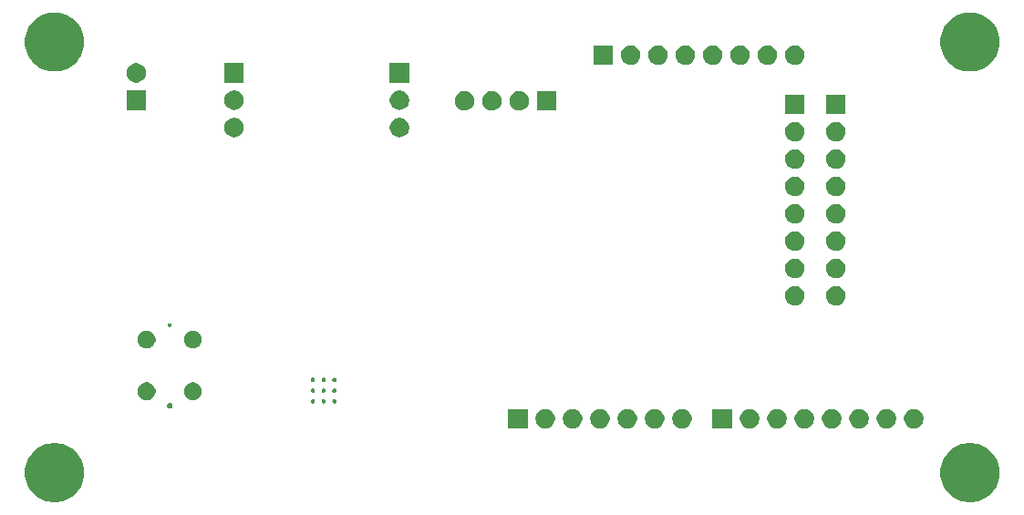
<source format=gbs>
G04 #@! TF.GenerationSoftware,KiCad,Pcbnew,(5.1.5)-3*
G04 #@! TF.CreationDate,2021-09-22T00:57:08-07:00*
G04 #@! TF.ProjectId,control_board,636f6e74-726f-46c5-9f62-6f6172642e6b,rev?*
G04 #@! TF.SameCoordinates,Original*
G04 #@! TF.FileFunction,Soldermask,Bot*
G04 #@! TF.FilePolarity,Negative*
%FSLAX46Y46*%
G04 Gerber Fmt 4.6, Leading zero omitted, Abs format (unit mm)*
G04 Created by KiCad (PCBNEW (5.1.5)-3) date 2021-09-22 00:57:08*
%MOMM*%
%LPD*%
G04 APERTURE LIST*
%ADD10C,0.100000*%
G04 APERTURE END LIST*
D10*
G36*
X117105213Y-58659379D02*
G01*
X117370957Y-58712239D01*
X117871607Y-58919615D01*
X118052081Y-59040204D01*
X118322180Y-59220678D01*
X118705362Y-59603860D01*
X118885836Y-59873959D01*
X119006425Y-60054433D01*
X119213801Y-60555083D01*
X119319520Y-61086570D01*
X119319520Y-61628470D01*
X119213801Y-62159957D01*
X119006425Y-62660607D01*
X118885836Y-62841081D01*
X118705362Y-63111180D01*
X118322180Y-63494362D01*
X118052081Y-63674836D01*
X117871607Y-63795425D01*
X117370957Y-64002801D01*
X117105214Y-64055660D01*
X116839471Y-64108520D01*
X116297569Y-64108520D01*
X116031826Y-64055660D01*
X115766083Y-64002801D01*
X115265433Y-63795425D01*
X115084959Y-63674836D01*
X114814860Y-63494362D01*
X114431678Y-63111180D01*
X114251204Y-62841081D01*
X114130615Y-62660607D01*
X113923239Y-62159957D01*
X113817520Y-61628470D01*
X113817520Y-61086570D01*
X113923239Y-60555083D01*
X114130615Y-60054433D01*
X114251204Y-59873959D01*
X114431678Y-59603860D01*
X114814860Y-59220678D01*
X115084959Y-59040204D01*
X115265433Y-58919615D01*
X115766083Y-58712239D01*
X116031827Y-58659379D01*
X116297569Y-58606520D01*
X116839471Y-58606520D01*
X117105213Y-58659379D01*
G37*
G36*
X32105213Y-58659379D02*
G01*
X32370957Y-58712239D01*
X32871607Y-58919615D01*
X33052081Y-59040204D01*
X33322180Y-59220678D01*
X33705362Y-59603860D01*
X33885836Y-59873959D01*
X34006425Y-60054433D01*
X34213801Y-60555083D01*
X34319520Y-61086570D01*
X34319520Y-61628470D01*
X34213801Y-62159957D01*
X34006425Y-62660607D01*
X33885836Y-62841081D01*
X33705362Y-63111180D01*
X33322180Y-63494362D01*
X33052081Y-63674836D01*
X32871607Y-63795425D01*
X32370957Y-64002801D01*
X32105214Y-64055660D01*
X31839471Y-64108520D01*
X31297569Y-64108520D01*
X31031826Y-64055660D01*
X30766083Y-64002801D01*
X30265433Y-63795425D01*
X30084959Y-63674836D01*
X29814860Y-63494362D01*
X29431678Y-63111180D01*
X29251204Y-62841081D01*
X29130615Y-62660607D01*
X28923239Y-62159957D01*
X28817520Y-61628470D01*
X28817520Y-61086570D01*
X28923239Y-60555083D01*
X29130615Y-60054433D01*
X29251204Y-59873959D01*
X29431678Y-59603860D01*
X29814860Y-59220678D01*
X30084959Y-59040204D01*
X30265433Y-58919615D01*
X30766083Y-58712239D01*
X31031827Y-58659379D01*
X31297569Y-58606520D01*
X31839471Y-58606520D01*
X32105213Y-58659379D01*
G37*
G36*
X111462032Y-55461447D02*
G01*
X111611332Y-55491144D01*
X111775304Y-55559064D01*
X111922874Y-55657667D01*
X112048373Y-55783166D01*
X112146976Y-55930736D01*
X112214896Y-56094708D01*
X112249520Y-56268779D01*
X112249520Y-56446261D01*
X112214896Y-56620332D01*
X112146976Y-56784304D01*
X112048373Y-56931874D01*
X111922874Y-57057373D01*
X111775304Y-57155976D01*
X111611332Y-57223896D01*
X111462032Y-57253593D01*
X111437262Y-57258520D01*
X111259778Y-57258520D01*
X111235008Y-57253593D01*
X111085708Y-57223896D01*
X110921736Y-57155976D01*
X110774166Y-57057373D01*
X110648667Y-56931874D01*
X110550064Y-56784304D01*
X110482144Y-56620332D01*
X110447520Y-56446261D01*
X110447520Y-56268779D01*
X110482144Y-56094708D01*
X110550064Y-55930736D01*
X110648667Y-55783166D01*
X110774166Y-55657667D01*
X110921736Y-55559064D01*
X111085708Y-55491144D01*
X111235008Y-55461447D01*
X111259778Y-55456520D01*
X111437262Y-55456520D01*
X111462032Y-55461447D01*
G37*
G36*
X101302032Y-55461447D02*
G01*
X101451332Y-55491144D01*
X101615304Y-55559064D01*
X101762874Y-55657667D01*
X101888373Y-55783166D01*
X101986976Y-55930736D01*
X102054896Y-56094708D01*
X102089520Y-56268779D01*
X102089520Y-56446261D01*
X102054896Y-56620332D01*
X101986976Y-56784304D01*
X101888373Y-56931874D01*
X101762874Y-57057373D01*
X101615304Y-57155976D01*
X101451332Y-57223896D01*
X101302032Y-57253593D01*
X101277262Y-57258520D01*
X101099778Y-57258520D01*
X101075008Y-57253593D01*
X100925708Y-57223896D01*
X100761736Y-57155976D01*
X100614166Y-57057373D01*
X100488667Y-56931874D01*
X100390064Y-56784304D01*
X100322144Y-56620332D01*
X100287520Y-56446261D01*
X100287520Y-56268779D01*
X100322144Y-56094708D01*
X100390064Y-55930736D01*
X100488667Y-55783166D01*
X100614166Y-55657667D01*
X100761736Y-55559064D01*
X100925708Y-55491144D01*
X101075008Y-55461447D01*
X101099778Y-55456520D01*
X101277262Y-55456520D01*
X101302032Y-55461447D01*
G37*
G36*
X82315532Y-55461447D02*
G01*
X82464832Y-55491144D01*
X82628804Y-55559064D01*
X82776374Y-55657667D01*
X82901873Y-55783166D01*
X83000476Y-55930736D01*
X83068396Y-56094708D01*
X83103020Y-56268779D01*
X83103020Y-56446261D01*
X83068396Y-56620332D01*
X83000476Y-56784304D01*
X82901873Y-56931874D01*
X82776374Y-57057373D01*
X82628804Y-57155976D01*
X82464832Y-57223896D01*
X82315532Y-57253593D01*
X82290762Y-57258520D01*
X82113278Y-57258520D01*
X82088508Y-57253593D01*
X81939208Y-57223896D01*
X81775236Y-57155976D01*
X81627666Y-57057373D01*
X81502167Y-56931874D01*
X81403564Y-56784304D01*
X81335644Y-56620332D01*
X81301020Y-56446261D01*
X81301020Y-56268779D01*
X81335644Y-56094708D01*
X81403564Y-55930736D01*
X81502167Y-55783166D01*
X81627666Y-55657667D01*
X81775236Y-55559064D01*
X81939208Y-55491144D01*
X82088508Y-55461447D01*
X82113278Y-55456520D01*
X82290762Y-55456520D01*
X82315532Y-55461447D01*
G37*
G36*
X79775532Y-55461447D02*
G01*
X79924832Y-55491144D01*
X80088804Y-55559064D01*
X80236374Y-55657667D01*
X80361873Y-55783166D01*
X80460476Y-55930736D01*
X80528396Y-56094708D01*
X80563020Y-56268779D01*
X80563020Y-56446261D01*
X80528396Y-56620332D01*
X80460476Y-56784304D01*
X80361873Y-56931874D01*
X80236374Y-57057373D01*
X80088804Y-57155976D01*
X79924832Y-57223896D01*
X79775532Y-57253593D01*
X79750762Y-57258520D01*
X79573278Y-57258520D01*
X79548508Y-57253593D01*
X79399208Y-57223896D01*
X79235236Y-57155976D01*
X79087666Y-57057373D01*
X78962167Y-56931874D01*
X78863564Y-56784304D01*
X78795644Y-56620332D01*
X78761020Y-56446261D01*
X78761020Y-56268779D01*
X78795644Y-56094708D01*
X78863564Y-55930736D01*
X78962167Y-55783166D01*
X79087666Y-55657667D01*
X79235236Y-55559064D01*
X79399208Y-55491144D01*
X79548508Y-55461447D01*
X79573278Y-55456520D01*
X79750762Y-55456520D01*
X79775532Y-55461447D01*
G37*
G36*
X77235532Y-55461447D02*
G01*
X77384832Y-55491144D01*
X77548804Y-55559064D01*
X77696374Y-55657667D01*
X77821873Y-55783166D01*
X77920476Y-55930736D01*
X77988396Y-56094708D01*
X78023020Y-56268779D01*
X78023020Y-56446261D01*
X77988396Y-56620332D01*
X77920476Y-56784304D01*
X77821873Y-56931874D01*
X77696374Y-57057373D01*
X77548804Y-57155976D01*
X77384832Y-57223896D01*
X77235532Y-57253593D01*
X77210762Y-57258520D01*
X77033278Y-57258520D01*
X77008508Y-57253593D01*
X76859208Y-57223896D01*
X76695236Y-57155976D01*
X76547666Y-57057373D01*
X76422167Y-56931874D01*
X76323564Y-56784304D01*
X76255644Y-56620332D01*
X76221020Y-56446261D01*
X76221020Y-56268779D01*
X76255644Y-56094708D01*
X76323564Y-55930736D01*
X76422167Y-55783166D01*
X76547666Y-55657667D01*
X76695236Y-55559064D01*
X76859208Y-55491144D01*
X77008508Y-55461447D01*
X77033278Y-55456520D01*
X77210762Y-55456520D01*
X77235532Y-55461447D01*
G37*
G36*
X75483020Y-57258520D02*
G01*
X73681020Y-57258520D01*
X73681020Y-55456520D01*
X75483020Y-55456520D01*
X75483020Y-57258520D01*
G37*
G36*
X103842032Y-55461447D02*
G01*
X103991332Y-55491144D01*
X104155304Y-55559064D01*
X104302874Y-55657667D01*
X104428373Y-55783166D01*
X104526976Y-55930736D01*
X104594896Y-56094708D01*
X104629520Y-56268779D01*
X104629520Y-56446261D01*
X104594896Y-56620332D01*
X104526976Y-56784304D01*
X104428373Y-56931874D01*
X104302874Y-57057373D01*
X104155304Y-57155976D01*
X103991332Y-57223896D01*
X103842032Y-57253593D01*
X103817262Y-57258520D01*
X103639778Y-57258520D01*
X103615008Y-57253593D01*
X103465708Y-57223896D01*
X103301736Y-57155976D01*
X103154166Y-57057373D01*
X103028667Y-56931874D01*
X102930064Y-56784304D01*
X102862144Y-56620332D01*
X102827520Y-56446261D01*
X102827520Y-56268779D01*
X102862144Y-56094708D01*
X102930064Y-55930736D01*
X103028667Y-55783166D01*
X103154166Y-55657667D01*
X103301736Y-55559064D01*
X103465708Y-55491144D01*
X103615008Y-55461447D01*
X103639778Y-55456520D01*
X103817262Y-55456520D01*
X103842032Y-55461447D01*
G37*
G36*
X106382032Y-55461447D02*
G01*
X106531332Y-55491144D01*
X106695304Y-55559064D01*
X106842874Y-55657667D01*
X106968373Y-55783166D01*
X107066976Y-55930736D01*
X107134896Y-56094708D01*
X107169520Y-56268779D01*
X107169520Y-56446261D01*
X107134896Y-56620332D01*
X107066976Y-56784304D01*
X106968373Y-56931874D01*
X106842874Y-57057373D01*
X106695304Y-57155976D01*
X106531332Y-57223896D01*
X106382032Y-57253593D01*
X106357262Y-57258520D01*
X106179778Y-57258520D01*
X106155008Y-57253593D01*
X106005708Y-57223896D01*
X105841736Y-57155976D01*
X105694166Y-57057373D01*
X105568667Y-56931874D01*
X105470064Y-56784304D01*
X105402144Y-56620332D01*
X105367520Y-56446261D01*
X105367520Y-56268779D01*
X105402144Y-56094708D01*
X105470064Y-55930736D01*
X105568667Y-55783166D01*
X105694166Y-55657667D01*
X105841736Y-55559064D01*
X106005708Y-55491144D01*
X106155008Y-55461447D01*
X106179778Y-55456520D01*
X106357262Y-55456520D01*
X106382032Y-55461447D01*
G37*
G36*
X98762032Y-55461447D02*
G01*
X98911332Y-55491144D01*
X99075304Y-55559064D01*
X99222874Y-55657667D01*
X99348373Y-55783166D01*
X99446976Y-55930736D01*
X99514896Y-56094708D01*
X99549520Y-56268779D01*
X99549520Y-56446261D01*
X99514896Y-56620332D01*
X99446976Y-56784304D01*
X99348373Y-56931874D01*
X99222874Y-57057373D01*
X99075304Y-57155976D01*
X98911332Y-57223896D01*
X98762032Y-57253593D01*
X98737262Y-57258520D01*
X98559778Y-57258520D01*
X98535008Y-57253593D01*
X98385708Y-57223896D01*
X98221736Y-57155976D01*
X98074166Y-57057373D01*
X97948667Y-56931874D01*
X97850064Y-56784304D01*
X97782144Y-56620332D01*
X97747520Y-56446261D01*
X97747520Y-56268779D01*
X97782144Y-56094708D01*
X97850064Y-55930736D01*
X97948667Y-55783166D01*
X98074166Y-55657667D01*
X98221736Y-55559064D01*
X98385708Y-55491144D01*
X98535008Y-55461447D01*
X98559778Y-55456520D01*
X98737262Y-55456520D01*
X98762032Y-55461447D01*
G37*
G36*
X96222032Y-55461447D02*
G01*
X96371332Y-55491144D01*
X96535304Y-55559064D01*
X96682874Y-55657667D01*
X96808373Y-55783166D01*
X96906976Y-55930736D01*
X96974896Y-56094708D01*
X97009520Y-56268779D01*
X97009520Y-56446261D01*
X96974896Y-56620332D01*
X96906976Y-56784304D01*
X96808373Y-56931874D01*
X96682874Y-57057373D01*
X96535304Y-57155976D01*
X96371332Y-57223896D01*
X96222032Y-57253593D01*
X96197262Y-57258520D01*
X96019778Y-57258520D01*
X95995008Y-57253593D01*
X95845708Y-57223896D01*
X95681736Y-57155976D01*
X95534166Y-57057373D01*
X95408667Y-56931874D01*
X95310064Y-56784304D01*
X95242144Y-56620332D01*
X95207520Y-56446261D01*
X95207520Y-56268779D01*
X95242144Y-56094708D01*
X95310064Y-55930736D01*
X95408667Y-55783166D01*
X95534166Y-55657667D01*
X95681736Y-55559064D01*
X95845708Y-55491144D01*
X95995008Y-55461447D01*
X96019778Y-55456520D01*
X96197262Y-55456520D01*
X96222032Y-55461447D01*
G37*
G36*
X94469520Y-57258520D02*
G01*
X92667520Y-57258520D01*
X92667520Y-55456520D01*
X94469520Y-55456520D01*
X94469520Y-57258520D01*
G37*
G36*
X84855532Y-55461447D02*
G01*
X85004832Y-55491144D01*
X85168804Y-55559064D01*
X85316374Y-55657667D01*
X85441873Y-55783166D01*
X85540476Y-55930736D01*
X85608396Y-56094708D01*
X85643020Y-56268779D01*
X85643020Y-56446261D01*
X85608396Y-56620332D01*
X85540476Y-56784304D01*
X85441873Y-56931874D01*
X85316374Y-57057373D01*
X85168804Y-57155976D01*
X85004832Y-57223896D01*
X84855532Y-57253593D01*
X84830762Y-57258520D01*
X84653278Y-57258520D01*
X84628508Y-57253593D01*
X84479208Y-57223896D01*
X84315236Y-57155976D01*
X84167666Y-57057373D01*
X84042167Y-56931874D01*
X83943564Y-56784304D01*
X83875644Y-56620332D01*
X83841020Y-56446261D01*
X83841020Y-56268779D01*
X83875644Y-56094708D01*
X83943564Y-55930736D01*
X84042167Y-55783166D01*
X84167666Y-55657667D01*
X84315236Y-55559064D01*
X84479208Y-55491144D01*
X84628508Y-55461447D01*
X84653278Y-55456520D01*
X84830762Y-55456520D01*
X84855532Y-55461447D01*
G37*
G36*
X87395532Y-55461447D02*
G01*
X87544832Y-55491144D01*
X87708804Y-55559064D01*
X87856374Y-55657667D01*
X87981873Y-55783166D01*
X88080476Y-55930736D01*
X88148396Y-56094708D01*
X88183020Y-56268779D01*
X88183020Y-56446261D01*
X88148396Y-56620332D01*
X88080476Y-56784304D01*
X87981873Y-56931874D01*
X87856374Y-57057373D01*
X87708804Y-57155976D01*
X87544832Y-57223896D01*
X87395532Y-57253593D01*
X87370762Y-57258520D01*
X87193278Y-57258520D01*
X87168508Y-57253593D01*
X87019208Y-57223896D01*
X86855236Y-57155976D01*
X86707666Y-57057373D01*
X86582167Y-56931874D01*
X86483564Y-56784304D01*
X86415644Y-56620332D01*
X86381020Y-56446261D01*
X86381020Y-56268779D01*
X86415644Y-56094708D01*
X86483564Y-55930736D01*
X86582167Y-55783166D01*
X86707666Y-55657667D01*
X86855236Y-55559064D01*
X87019208Y-55491144D01*
X87168508Y-55461447D01*
X87193278Y-55456520D01*
X87370762Y-55456520D01*
X87395532Y-55461447D01*
G37*
G36*
X89935532Y-55461447D02*
G01*
X90084832Y-55491144D01*
X90248804Y-55559064D01*
X90396374Y-55657667D01*
X90521873Y-55783166D01*
X90620476Y-55930736D01*
X90688396Y-56094708D01*
X90723020Y-56268779D01*
X90723020Y-56446261D01*
X90688396Y-56620332D01*
X90620476Y-56784304D01*
X90521873Y-56931874D01*
X90396374Y-57057373D01*
X90248804Y-57155976D01*
X90084832Y-57223896D01*
X89935532Y-57253593D01*
X89910762Y-57258520D01*
X89733278Y-57258520D01*
X89708508Y-57253593D01*
X89559208Y-57223896D01*
X89395236Y-57155976D01*
X89247666Y-57057373D01*
X89122167Y-56931874D01*
X89023564Y-56784304D01*
X88955644Y-56620332D01*
X88921020Y-56446261D01*
X88921020Y-56268779D01*
X88955644Y-56094708D01*
X89023564Y-55930736D01*
X89122167Y-55783166D01*
X89247666Y-55657667D01*
X89395236Y-55559064D01*
X89559208Y-55491144D01*
X89708508Y-55461447D01*
X89733278Y-55456520D01*
X89910762Y-55456520D01*
X89935532Y-55461447D01*
G37*
G36*
X108922032Y-55461447D02*
G01*
X109071332Y-55491144D01*
X109235304Y-55559064D01*
X109382874Y-55657667D01*
X109508373Y-55783166D01*
X109606976Y-55930736D01*
X109674896Y-56094708D01*
X109709520Y-56268779D01*
X109709520Y-56446261D01*
X109674896Y-56620332D01*
X109606976Y-56784304D01*
X109508373Y-56931874D01*
X109382874Y-57057373D01*
X109235304Y-57155976D01*
X109071332Y-57223896D01*
X108922032Y-57253593D01*
X108897262Y-57258520D01*
X108719778Y-57258520D01*
X108695008Y-57253593D01*
X108545708Y-57223896D01*
X108381736Y-57155976D01*
X108234166Y-57057373D01*
X108108667Y-56931874D01*
X108010064Y-56784304D01*
X107942144Y-56620332D01*
X107907520Y-56446261D01*
X107907520Y-56268779D01*
X107942144Y-56094708D01*
X108010064Y-55930736D01*
X108108667Y-55783166D01*
X108234166Y-55657667D01*
X108381736Y-55559064D01*
X108545708Y-55491144D01*
X108695008Y-55461447D01*
X108719778Y-55456520D01*
X108897262Y-55456520D01*
X108922032Y-55461447D01*
G37*
G36*
X42338294Y-54891530D02*
G01*
X42338296Y-54891531D01*
X42338297Y-54891531D01*
X42388071Y-54912148D01*
X42432866Y-54942079D01*
X42470961Y-54980174D01*
X42500892Y-55024969D01*
X42521509Y-55074743D01*
X42532020Y-55127583D01*
X42532020Y-55181457D01*
X42521509Y-55234297D01*
X42500892Y-55284071D01*
X42470961Y-55328866D01*
X42432866Y-55366961D01*
X42388071Y-55396892D01*
X42338297Y-55417509D01*
X42338296Y-55417509D01*
X42338294Y-55417510D01*
X42285459Y-55428020D01*
X42231581Y-55428020D01*
X42178746Y-55417510D01*
X42178744Y-55417509D01*
X42178743Y-55417509D01*
X42128969Y-55396892D01*
X42084174Y-55366961D01*
X42046079Y-55328866D01*
X42016148Y-55284071D01*
X41995531Y-55234297D01*
X41985020Y-55181457D01*
X41985020Y-55127583D01*
X41995531Y-55074743D01*
X42016148Y-55024969D01*
X42046079Y-54980174D01*
X42084174Y-54942079D01*
X42128969Y-54912148D01*
X42178743Y-54891531D01*
X42178744Y-54891531D01*
X42178746Y-54891530D01*
X42231581Y-54881020D01*
X42285459Y-54881020D01*
X42338294Y-54891530D01*
G37*
G36*
X57611857Y-54549705D02*
G01*
X57648255Y-54564781D01*
X57681012Y-54586669D01*
X57708871Y-54614528D01*
X57730759Y-54647285D01*
X57745835Y-54683683D01*
X57753520Y-54722319D01*
X57753520Y-54761721D01*
X57745835Y-54800357D01*
X57730759Y-54836755D01*
X57708871Y-54869512D01*
X57681012Y-54897371D01*
X57648255Y-54919259D01*
X57611857Y-54934335D01*
X57573221Y-54942020D01*
X57533819Y-54942020D01*
X57495183Y-54934335D01*
X57458785Y-54919259D01*
X57426028Y-54897371D01*
X57398169Y-54869512D01*
X57376281Y-54836755D01*
X57361205Y-54800357D01*
X57353520Y-54761721D01*
X57353520Y-54722319D01*
X57361205Y-54683683D01*
X57376281Y-54647285D01*
X57398169Y-54614528D01*
X57426028Y-54586669D01*
X57458785Y-54564781D01*
X57495183Y-54549705D01*
X57533819Y-54542020D01*
X57573221Y-54542020D01*
X57611857Y-54549705D01*
G37*
G36*
X55611857Y-54549705D02*
G01*
X55648255Y-54564781D01*
X55681012Y-54586669D01*
X55708871Y-54614528D01*
X55730759Y-54647285D01*
X55745835Y-54683683D01*
X55753520Y-54722319D01*
X55753520Y-54761721D01*
X55745835Y-54800357D01*
X55730759Y-54836755D01*
X55708871Y-54869512D01*
X55681012Y-54897371D01*
X55648255Y-54919259D01*
X55611857Y-54934335D01*
X55573221Y-54942020D01*
X55533819Y-54942020D01*
X55495183Y-54934335D01*
X55458785Y-54919259D01*
X55426028Y-54897371D01*
X55398169Y-54869512D01*
X55376281Y-54836755D01*
X55361205Y-54800357D01*
X55353520Y-54761721D01*
X55353520Y-54722319D01*
X55361205Y-54683683D01*
X55376281Y-54647285D01*
X55398169Y-54614528D01*
X55426028Y-54586669D01*
X55458785Y-54564781D01*
X55495183Y-54549705D01*
X55533819Y-54542020D01*
X55573221Y-54542020D01*
X55611857Y-54549705D01*
G37*
G36*
X56611857Y-54549705D02*
G01*
X56648255Y-54564781D01*
X56681012Y-54586669D01*
X56708871Y-54614528D01*
X56730759Y-54647285D01*
X56745835Y-54683683D01*
X56753520Y-54722319D01*
X56753520Y-54761721D01*
X56745835Y-54800357D01*
X56730759Y-54836755D01*
X56708871Y-54869512D01*
X56681012Y-54897371D01*
X56648255Y-54919259D01*
X56611857Y-54934335D01*
X56573221Y-54942020D01*
X56533819Y-54942020D01*
X56495183Y-54934335D01*
X56458785Y-54919259D01*
X56426028Y-54897371D01*
X56398169Y-54869512D01*
X56376281Y-54836755D01*
X56361205Y-54800357D01*
X56353520Y-54761721D01*
X56353520Y-54722319D01*
X56361205Y-54683683D01*
X56376281Y-54647285D01*
X56398169Y-54614528D01*
X56426028Y-54586669D01*
X56458785Y-54564781D01*
X56495183Y-54549705D01*
X56533819Y-54542020D01*
X56573221Y-54542020D01*
X56611857Y-54549705D01*
G37*
G36*
X44650914Y-53005454D02*
G01*
X44802144Y-53068096D01*
X44802146Y-53068097D01*
X44938252Y-53159040D01*
X45054000Y-53274788D01*
X45144943Y-53410894D01*
X45144944Y-53410896D01*
X45207586Y-53562126D01*
X45239520Y-53722672D01*
X45239520Y-53886368D01*
X45207586Y-54046914D01*
X45144944Y-54198144D01*
X45144943Y-54198146D01*
X45054000Y-54334252D01*
X44938252Y-54450000D01*
X44802146Y-54540943D01*
X44802145Y-54540944D01*
X44802144Y-54540944D01*
X44650914Y-54603586D01*
X44490368Y-54635520D01*
X44326672Y-54635520D01*
X44166126Y-54603586D01*
X44014896Y-54540944D01*
X44014895Y-54540944D01*
X44014894Y-54540943D01*
X43878788Y-54450000D01*
X43763040Y-54334252D01*
X43672097Y-54198146D01*
X43672096Y-54198144D01*
X43609454Y-54046914D01*
X43577520Y-53886368D01*
X43577520Y-53722672D01*
X43609454Y-53562126D01*
X43672096Y-53410896D01*
X43672097Y-53410894D01*
X43763040Y-53274788D01*
X43878788Y-53159040D01*
X44014894Y-53068097D01*
X44014896Y-53068096D01*
X44166126Y-53005454D01*
X44326672Y-52973520D01*
X44490368Y-52973520D01*
X44650914Y-53005454D01*
G37*
G36*
X40350914Y-53005454D02*
G01*
X40502144Y-53068096D01*
X40502146Y-53068097D01*
X40638252Y-53159040D01*
X40754000Y-53274788D01*
X40844943Y-53410894D01*
X40844944Y-53410896D01*
X40907586Y-53562126D01*
X40939520Y-53722672D01*
X40939520Y-53886368D01*
X40907586Y-54046914D01*
X40844944Y-54198144D01*
X40844943Y-54198146D01*
X40754000Y-54334252D01*
X40638252Y-54450000D01*
X40502146Y-54540943D01*
X40502145Y-54540944D01*
X40502144Y-54540944D01*
X40350914Y-54603586D01*
X40190368Y-54635520D01*
X40026672Y-54635520D01*
X39866126Y-54603586D01*
X39714896Y-54540944D01*
X39714895Y-54540944D01*
X39714894Y-54540943D01*
X39578788Y-54450000D01*
X39463040Y-54334252D01*
X39372097Y-54198146D01*
X39372096Y-54198144D01*
X39309454Y-54046914D01*
X39277520Y-53886368D01*
X39277520Y-53722672D01*
X39309454Y-53562126D01*
X39372096Y-53410896D01*
X39372097Y-53410894D01*
X39463040Y-53274788D01*
X39578788Y-53159040D01*
X39714894Y-53068097D01*
X39714896Y-53068096D01*
X39866126Y-53005454D01*
X40026672Y-52973520D01*
X40190368Y-52973520D01*
X40350914Y-53005454D01*
G37*
G36*
X55611857Y-53549705D02*
G01*
X55648255Y-53564781D01*
X55681012Y-53586669D01*
X55708871Y-53614528D01*
X55730759Y-53647285D01*
X55745835Y-53683683D01*
X55753520Y-53722319D01*
X55753520Y-53761721D01*
X55745835Y-53800357D01*
X55730759Y-53836755D01*
X55708871Y-53869512D01*
X55681012Y-53897371D01*
X55648255Y-53919259D01*
X55611857Y-53934335D01*
X55573221Y-53942020D01*
X55533819Y-53942020D01*
X55495183Y-53934335D01*
X55458785Y-53919259D01*
X55426028Y-53897371D01*
X55398169Y-53869512D01*
X55376281Y-53836755D01*
X55361205Y-53800357D01*
X55353520Y-53761721D01*
X55353520Y-53722319D01*
X55361205Y-53683683D01*
X55376281Y-53647285D01*
X55398169Y-53614528D01*
X55426028Y-53586669D01*
X55458785Y-53564781D01*
X55495183Y-53549705D01*
X55533819Y-53542020D01*
X55573221Y-53542020D01*
X55611857Y-53549705D01*
G37*
G36*
X56611857Y-53549705D02*
G01*
X56648255Y-53564781D01*
X56681012Y-53586669D01*
X56708871Y-53614528D01*
X56730759Y-53647285D01*
X56745835Y-53683683D01*
X56753520Y-53722319D01*
X56753520Y-53761721D01*
X56745835Y-53800357D01*
X56730759Y-53836755D01*
X56708871Y-53869512D01*
X56681012Y-53897371D01*
X56648255Y-53919259D01*
X56611857Y-53934335D01*
X56573221Y-53942020D01*
X56533819Y-53942020D01*
X56495183Y-53934335D01*
X56458785Y-53919259D01*
X56426028Y-53897371D01*
X56398169Y-53869512D01*
X56376281Y-53836755D01*
X56361205Y-53800357D01*
X56353520Y-53761721D01*
X56353520Y-53722319D01*
X56361205Y-53683683D01*
X56376281Y-53647285D01*
X56398169Y-53614528D01*
X56426028Y-53586669D01*
X56458785Y-53564781D01*
X56495183Y-53549705D01*
X56533819Y-53542020D01*
X56573221Y-53542020D01*
X56611857Y-53549705D01*
G37*
G36*
X57611857Y-53549705D02*
G01*
X57648255Y-53564781D01*
X57681012Y-53586669D01*
X57708871Y-53614528D01*
X57730759Y-53647285D01*
X57745835Y-53683683D01*
X57753520Y-53722319D01*
X57753520Y-53761721D01*
X57745835Y-53800357D01*
X57730759Y-53836755D01*
X57708871Y-53869512D01*
X57681012Y-53897371D01*
X57648255Y-53919259D01*
X57611857Y-53934335D01*
X57573221Y-53942020D01*
X57533819Y-53942020D01*
X57495183Y-53934335D01*
X57458785Y-53919259D01*
X57426028Y-53897371D01*
X57398169Y-53869512D01*
X57376281Y-53836755D01*
X57361205Y-53800357D01*
X57353520Y-53761721D01*
X57353520Y-53722319D01*
X57361205Y-53683683D01*
X57376281Y-53647285D01*
X57398169Y-53614528D01*
X57426028Y-53586669D01*
X57458785Y-53564781D01*
X57495183Y-53549705D01*
X57533819Y-53542020D01*
X57573221Y-53542020D01*
X57611857Y-53549705D01*
G37*
G36*
X57611857Y-52549705D02*
G01*
X57648255Y-52564781D01*
X57681012Y-52586669D01*
X57708871Y-52614528D01*
X57730759Y-52647285D01*
X57745835Y-52683683D01*
X57753520Y-52722319D01*
X57753520Y-52761721D01*
X57745835Y-52800357D01*
X57730759Y-52836755D01*
X57708871Y-52869512D01*
X57681012Y-52897371D01*
X57648255Y-52919259D01*
X57611857Y-52934335D01*
X57573221Y-52942020D01*
X57533819Y-52942020D01*
X57495183Y-52934335D01*
X57458785Y-52919259D01*
X57426028Y-52897371D01*
X57398169Y-52869512D01*
X57376281Y-52836755D01*
X57361205Y-52800357D01*
X57353520Y-52761721D01*
X57353520Y-52722319D01*
X57361205Y-52683683D01*
X57376281Y-52647285D01*
X57398169Y-52614528D01*
X57426028Y-52586669D01*
X57458785Y-52564781D01*
X57495183Y-52549705D01*
X57533819Y-52542020D01*
X57573221Y-52542020D01*
X57611857Y-52549705D01*
G37*
G36*
X55611857Y-52549705D02*
G01*
X55648255Y-52564781D01*
X55681012Y-52586669D01*
X55708871Y-52614528D01*
X55730759Y-52647285D01*
X55745835Y-52683683D01*
X55753520Y-52722319D01*
X55753520Y-52761721D01*
X55745835Y-52800357D01*
X55730759Y-52836755D01*
X55708871Y-52869512D01*
X55681012Y-52897371D01*
X55648255Y-52919259D01*
X55611857Y-52934335D01*
X55573221Y-52942020D01*
X55533819Y-52942020D01*
X55495183Y-52934335D01*
X55458785Y-52919259D01*
X55426028Y-52897371D01*
X55398169Y-52869512D01*
X55376281Y-52836755D01*
X55361205Y-52800357D01*
X55353520Y-52761721D01*
X55353520Y-52722319D01*
X55361205Y-52683683D01*
X55376281Y-52647285D01*
X55398169Y-52614528D01*
X55426028Y-52586669D01*
X55458785Y-52564781D01*
X55495183Y-52549705D01*
X55533819Y-52542020D01*
X55573221Y-52542020D01*
X55611857Y-52549705D01*
G37*
G36*
X56611857Y-52549705D02*
G01*
X56648255Y-52564781D01*
X56681012Y-52586669D01*
X56708871Y-52614528D01*
X56730759Y-52647285D01*
X56745835Y-52683683D01*
X56753520Y-52722319D01*
X56753520Y-52761721D01*
X56745835Y-52800357D01*
X56730759Y-52836755D01*
X56708871Y-52869512D01*
X56681012Y-52897371D01*
X56648255Y-52919259D01*
X56611857Y-52934335D01*
X56573221Y-52942020D01*
X56533819Y-52942020D01*
X56495183Y-52934335D01*
X56458785Y-52919259D01*
X56426028Y-52897371D01*
X56398169Y-52869512D01*
X56376281Y-52836755D01*
X56361205Y-52800357D01*
X56353520Y-52761721D01*
X56353520Y-52722319D01*
X56361205Y-52683683D01*
X56376281Y-52647285D01*
X56398169Y-52614528D01*
X56426028Y-52586669D01*
X56458785Y-52564781D01*
X56495183Y-52549705D01*
X56533819Y-52542020D01*
X56573221Y-52542020D01*
X56611857Y-52549705D01*
G37*
G36*
X44650914Y-48205454D02*
G01*
X44802144Y-48268096D01*
X44802146Y-48268097D01*
X44938252Y-48359040D01*
X45054000Y-48474788D01*
X45144943Y-48610894D01*
X45144944Y-48610896D01*
X45207586Y-48762126D01*
X45239520Y-48922672D01*
X45239520Y-49086368D01*
X45207586Y-49246914D01*
X45144944Y-49398144D01*
X45144943Y-49398146D01*
X45054000Y-49534252D01*
X44938252Y-49650000D01*
X44802146Y-49740943D01*
X44802145Y-49740944D01*
X44802144Y-49740944D01*
X44650914Y-49803586D01*
X44490368Y-49835520D01*
X44326672Y-49835520D01*
X44166126Y-49803586D01*
X44014896Y-49740944D01*
X44014895Y-49740944D01*
X44014894Y-49740943D01*
X43878788Y-49650000D01*
X43763040Y-49534252D01*
X43672097Y-49398146D01*
X43672096Y-49398144D01*
X43609454Y-49246914D01*
X43577520Y-49086368D01*
X43577520Y-48922672D01*
X43609454Y-48762126D01*
X43672096Y-48610896D01*
X43672097Y-48610894D01*
X43763040Y-48474788D01*
X43878788Y-48359040D01*
X44014894Y-48268097D01*
X44014896Y-48268096D01*
X44166126Y-48205454D01*
X44326672Y-48173520D01*
X44490368Y-48173520D01*
X44650914Y-48205454D01*
G37*
G36*
X40350914Y-48205454D02*
G01*
X40502144Y-48268096D01*
X40502146Y-48268097D01*
X40638252Y-48359040D01*
X40754000Y-48474788D01*
X40844943Y-48610894D01*
X40844944Y-48610896D01*
X40907586Y-48762126D01*
X40939520Y-48922672D01*
X40939520Y-49086368D01*
X40907586Y-49246914D01*
X40844944Y-49398144D01*
X40844943Y-49398146D01*
X40754000Y-49534252D01*
X40638252Y-49650000D01*
X40502146Y-49740943D01*
X40502145Y-49740944D01*
X40502144Y-49740944D01*
X40350914Y-49803586D01*
X40190368Y-49835520D01*
X40026672Y-49835520D01*
X39866126Y-49803586D01*
X39714896Y-49740944D01*
X39714895Y-49740944D01*
X39714894Y-49740943D01*
X39578788Y-49650000D01*
X39463040Y-49534252D01*
X39372097Y-49398146D01*
X39372096Y-49398144D01*
X39309454Y-49246914D01*
X39277520Y-49086368D01*
X39277520Y-48922672D01*
X39309454Y-48762126D01*
X39372096Y-48610896D01*
X39372097Y-48610894D01*
X39463040Y-48474788D01*
X39578788Y-48359040D01*
X39714894Y-48268097D01*
X39714896Y-48268096D01*
X39866126Y-48205454D01*
X40026672Y-48173520D01*
X40190368Y-48173520D01*
X40350914Y-48205454D01*
G37*
G36*
X42311313Y-47480474D02*
G01*
X42344256Y-47494120D01*
X42373901Y-47513928D01*
X42399112Y-47539139D01*
X42399113Y-47539141D01*
X42418920Y-47568784D01*
X42432566Y-47601727D01*
X42439520Y-47636691D01*
X42439520Y-47672349D01*
X42432566Y-47707313D01*
X42418920Y-47740256D01*
X42399112Y-47769901D01*
X42373901Y-47795112D01*
X42344256Y-47814920D01*
X42311313Y-47828566D01*
X42276349Y-47835520D01*
X42240691Y-47835520D01*
X42205727Y-47828566D01*
X42172784Y-47814920D01*
X42143139Y-47795112D01*
X42117928Y-47769901D01*
X42098120Y-47740256D01*
X42084474Y-47707313D01*
X42077520Y-47672349D01*
X42077520Y-47636691D01*
X42084474Y-47601727D01*
X42098120Y-47568784D01*
X42117927Y-47539141D01*
X42117928Y-47539139D01*
X42143139Y-47513928D01*
X42172784Y-47494120D01*
X42205727Y-47480474D01*
X42240691Y-47473520D01*
X42276349Y-47473520D01*
X42311313Y-47480474D01*
G37*
G36*
X100413032Y-44031447D02*
G01*
X100562332Y-44061144D01*
X100726304Y-44129064D01*
X100873874Y-44227667D01*
X100999373Y-44353166D01*
X101097976Y-44500736D01*
X101165896Y-44664708D01*
X101200520Y-44838779D01*
X101200520Y-45016261D01*
X101165896Y-45190332D01*
X101097976Y-45354304D01*
X100999373Y-45501874D01*
X100873874Y-45627373D01*
X100726304Y-45725976D01*
X100562332Y-45793896D01*
X100413032Y-45823593D01*
X100388262Y-45828520D01*
X100210778Y-45828520D01*
X100186008Y-45823593D01*
X100036708Y-45793896D01*
X99872736Y-45725976D01*
X99725166Y-45627373D01*
X99599667Y-45501874D01*
X99501064Y-45354304D01*
X99433144Y-45190332D01*
X99398520Y-45016261D01*
X99398520Y-44838779D01*
X99433144Y-44664708D01*
X99501064Y-44500736D01*
X99599667Y-44353166D01*
X99725166Y-44227667D01*
X99872736Y-44129064D01*
X100036708Y-44061144D01*
X100186008Y-44031447D01*
X100210778Y-44026520D01*
X100388262Y-44026520D01*
X100413032Y-44031447D01*
G37*
G36*
X104223032Y-44031447D02*
G01*
X104372332Y-44061144D01*
X104536304Y-44129064D01*
X104683874Y-44227667D01*
X104809373Y-44353166D01*
X104907976Y-44500736D01*
X104975896Y-44664708D01*
X105010520Y-44838779D01*
X105010520Y-45016261D01*
X104975896Y-45190332D01*
X104907976Y-45354304D01*
X104809373Y-45501874D01*
X104683874Y-45627373D01*
X104536304Y-45725976D01*
X104372332Y-45793896D01*
X104223032Y-45823593D01*
X104198262Y-45828520D01*
X104020778Y-45828520D01*
X103996008Y-45823593D01*
X103846708Y-45793896D01*
X103682736Y-45725976D01*
X103535166Y-45627373D01*
X103409667Y-45501874D01*
X103311064Y-45354304D01*
X103243144Y-45190332D01*
X103208520Y-45016261D01*
X103208520Y-44838779D01*
X103243144Y-44664708D01*
X103311064Y-44500736D01*
X103409667Y-44353166D01*
X103535166Y-44227667D01*
X103682736Y-44129064D01*
X103846708Y-44061144D01*
X103996008Y-44031447D01*
X104020778Y-44026520D01*
X104198262Y-44026520D01*
X104223032Y-44031447D01*
G37*
G36*
X100413032Y-41491447D02*
G01*
X100562332Y-41521144D01*
X100726304Y-41589064D01*
X100873874Y-41687667D01*
X100999373Y-41813166D01*
X101097976Y-41960736D01*
X101165896Y-42124708D01*
X101200520Y-42298779D01*
X101200520Y-42476261D01*
X101165896Y-42650332D01*
X101097976Y-42814304D01*
X100999373Y-42961874D01*
X100873874Y-43087373D01*
X100726304Y-43185976D01*
X100562332Y-43253896D01*
X100413032Y-43283593D01*
X100388262Y-43288520D01*
X100210778Y-43288520D01*
X100186008Y-43283593D01*
X100036708Y-43253896D01*
X99872736Y-43185976D01*
X99725166Y-43087373D01*
X99599667Y-42961874D01*
X99501064Y-42814304D01*
X99433144Y-42650332D01*
X99398520Y-42476261D01*
X99398520Y-42298779D01*
X99433144Y-42124708D01*
X99501064Y-41960736D01*
X99599667Y-41813166D01*
X99725166Y-41687667D01*
X99872736Y-41589064D01*
X100036708Y-41521144D01*
X100186008Y-41491447D01*
X100210778Y-41486520D01*
X100388262Y-41486520D01*
X100413032Y-41491447D01*
G37*
G36*
X104223032Y-41491447D02*
G01*
X104372332Y-41521144D01*
X104536304Y-41589064D01*
X104683874Y-41687667D01*
X104809373Y-41813166D01*
X104907976Y-41960736D01*
X104975896Y-42124708D01*
X105010520Y-42298779D01*
X105010520Y-42476261D01*
X104975896Y-42650332D01*
X104907976Y-42814304D01*
X104809373Y-42961874D01*
X104683874Y-43087373D01*
X104536304Y-43185976D01*
X104372332Y-43253896D01*
X104223032Y-43283593D01*
X104198262Y-43288520D01*
X104020778Y-43288520D01*
X103996008Y-43283593D01*
X103846708Y-43253896D01*
X103682736Y-43185976D01*
X103535166Y-43087373D01*
X103409667Y-42961874D01*
X103311064Y-42814304D01*
X103243144Y-42650332D01*
X103208520Y-42476261D01*
X103208520Y-42298779D01*
X103243144Y-42124708D01*
X103311064Y-41960736D01*
X103409667Y-41813166D01*
X103535166Y-41687667D01*
X103682736Y-41589064D01*
X103846708Y-41521144D01*
X103996008Y-41491447D01*
X104020778Y-41486520D01*
X104198262Y-41486520D01*
X104223032Y-41491447D01*
G37*
G36*
X104223032Y-38951447D02*
G01*
X104372332Y-38981144D01*
X104536304Y-39049064D01*
X104683874Y-39147667D01*
X104809373Y-39273166D01*
X104907976Y-39420736D01*
X104975896Y-39584708D01*
X105010520Y-39758779D01*
X105010520Y-39936261D01*
X104975896Y-40110332D01*
X104907976Y-40274304D01*
X104809373Y-40421874D01*
X104683874Y-40547373D01*
X104536304Y-40645976D01*
X104372332Y-40713896D01*
X104223032Y-40743593D01*
X104198262Y-40748520D01*
X104020778Y-40748520D01*
X103996008Y-40743593D01*
X103846708Y-40713896D01*
X103682736Y-40645976D01*
X103535166Y-40547373D01*
X103409667Y-40421874D01*
X103311064Y-40274304D01*
X103243144Y-40110332D01*
X103208520Y-39936261D01*
X103208520Y-39758779D01*
X103243144Y-39584708D01*
X103311064Y-39420736D01*
X103409667Y-39273166D01*
X103535166Y-39147667D01*
X103682736Y-39049064D01*
X103846708Y-38981144D01*
X103996008Y-38951447D01*
X104020778Y-38946520D01*
X104198262Y-38946520D01*
X104223032Y-38951447D01*
G37*
G36*
X100413032Y-38951447D02*
G01*
X100562332Y-38981144D01*
X100726304Y-39049064D01*
X100873874Y-39147667D01*
X100999373Y-39273166D01*
X101097976Y-39420736D01*
X101165896Y-39584708D01*
X101200520Y-39758779D01*
X101200520Y-39936261D01*
X101165896Y-40110332D01*
X101097976Y-40274304D01*
X100999373Y-40421874D01*
X100873874Y-40547373D01*
X100726304Y-40645976D01*
X100562332Y-40713896D01*
X100413032Y-40743593D01*
X100388262Y-40748520D01*
X100210778Y-40748520D01*
X100186008Y-40743593D01*
X100036708Y-40713896D01*
X99872736Y-40645976D01*
X99725166Y-40547373D01*
X99599667Y-40421874D01*
X99501064Y-40274304D01*
X99433144Y-40110332D01*
X99398520Y-39936261D01*
X99398520Y-39758779D01*
X99433144Y-39584708D01*
X99501064Y-39420736D01*
X99599667Y-39273166D01*
X99725166Y-39147667D01*
X99872736Y-39049064D01*
X100036708Y-38981144D01*
X100186008Y-38951447D01*
X100210778Y-38946520D01*
X100388262Y-38946520D01*
X100413032Y-38951447D01*
G37*
G36*
X100413032Y-36411447D02*
G01*
X100562332Y-36441144D01*
X100726304Y-36509064D01*
X100873874Y-36607667D01*
X100999373Y-36733166D01*
X101097976Y-36880736D01*
X101165896Y-37044708D01*
X101200520Y-37218779D01*
X101200520Y-37396261D01*
X101165896Y-37570332D01*
X101097976Y-37734304D01*
X100999373Y-37881874D01*
X100873874Y-38007373D01*
X100726304Y-38105976D01*
X100562332Y-38173896D01*
X100413032Y-38203593D01*
X100388262Y-38208520D01*
X100210778Y-38208520D01*
X100186008Y-38203593D01*
X100036708Y-38173896D01*
X99872736Y-38105976D01*
X99725166Y-38007373D01*
X99599667Y-37881874D01*
X99501064Y-37734304D01*
X99433144Y-37570332D01*
X99398520Y-37396261D01*
X99398520Y-37218779D01*
X99433144Y-37044708D01*
X99501064Y-36880736D01*
X99599667Y-36733166D01*
X99725166Y-36607667D01*
X99872736Y-36509064D01*
X100036708Y-36441144D01*
X100186008Y-36411447D01*
X100210778Y-36406520D01*
X100388262Y-36406520D01*
X100413032Y-36411447D01*
G37*
G36*
X104223032Y-36411447D02*
G01*
X104372332Y-36441144D01*
X104536304Y-36509064D01*
X104683874Y-36607667D01*
X104809373Y-36733166D01*
X104907976Y-36880736D01*
X104975896Y-37044708D01*
X105010520Y-37218779D01*
X105010520Y-37396261D01*
X104975896Y-37570332D01*
X104907976Y-37734304D01*
X104809373Y-37881874D01*
X104683874Y-38007373D01*
X104536304Y-38105976D01*
X104372332Y-38173896D01*
X104223032Y-38203593D01*
X104198262Y-38208520D01*
X104020778Y-38208520D01*
X103996008Y-38203593D01*
X103846708Y-38173896D01*
X103682736Y-38105976D01*
X103535166Y-38007373D01*
X103409667Y-37881874D01*
X103311064Y-37734304D01*
X103243144Y-37570332D01*
X103208520Y-37396261D01*
X103208520Y-37218779D01*
X103243144Y-37044708D01*
X103311064Y-36880736D01*
X103409667Y-36733166D01*
X103535166Y-36607667D01*
X103682736Y-36509064D01*
X103846708Y-36441144D01*
X103996008Y-36411447D01*
X104020778Y-36406520D01*
X104198262Y-36406520D01*
X104223032Y-36411447D01*
G37*
G36*
X100413032Y-33871447D02*
G01*
X100562332Y-33901144D01*
X100726304Y-33969064D01*
X100873874Y-34067667D01*
X100999373Y-34193166D01*
X101097976Y-34340736D01*
X101165896Y-34504708D01*
X101200520Y-34678779D01*
X101200520Y-34856261D01*
X101165896Y-35030332D01*
X101097976Y-35194304D01*
X100999373Y-35341874D01*
X100873874Y-35467373D01*
X100726304Y-35565976D01*
X100562332Y-35633896D01*
X100413032Y-35663593D01*
X100388262Y-35668520D01*
X100210778Y-35668520D01*
X100186008Y-35663593D01*
X100036708Y-35633896D01*
X99872736Y-35565976D01*
X99725166Y-35467373D01*
X99599667Y-35341874D01*
X99501064Y-35194304D01*
X99433144Y-35030332D01*
X99398520Y-34856261D01*
X99398520Y-34678779D01*
X99433144Y-34504708D01*
X99501064Y-34340736D01*
X99599667Y-34193166D01*
X99725166Y-34067667D01*
X99872736Y-33969064D01*
X100036708Y-33901144D01*
X100186008Y-33871447D01*
X100210778Y-33866520D01*
X100388262Y-33866520D01*
X100413032Y-33871447D01*
G37*
G36*
X104223032Y-33871447D02*
G01*
X104372332Y-33901144D01*
X104536304Y-33969064D01*
X104683874Y-34067667D01*
X104809373Y-34193166D01*
X104907976Y-34340736D01*
X104975896Y-34504708D01*
X105010520Y-34678779D01*
X105010520Y-34856261D01*
X104975896Y-35030332D01*
X104907976Y-35194304D01*
X104809373Y-35341874D01*
X104683874Y-35467373D01*
X104536304Y-35565976D01*
X104372332Y-35633896D01*
X104223032Y-35663593D01*
X104198262Y-35668520D01*
X104020778Y-35668520D01*
X103996008Y-35663593D01*
X103846708Y-35633896D01*
X103682736Y-35565976D01*
X103535166Y-35467373D01*
X103409667Y-35341874D01*
X103311064Y-35194304D01*
X103243144Y-35030332D01*
X103208520Y-34856261D01*
X103208520Y-34678779D01*
X103243144Y-34504708D01*
X103311064Y-34340736D01*
X103409667Y-34193166D01*
X103535166Y-34067667D01*
X103682736Y-33969064D01*
X103846708Y-33901144D01*
X103996008Y-33871447D01*
X104020778Y-33866520D01*
X104198262Y-33866520D01*
X104223032Y-33871447D01*
G37*
G36*
X100413032Y-31331447D02*
G01*
X100562332Y-31361144D01*
X100726304Y-31429064D01*
X100873874Y-31527667D01*
X100999373Y-31653166D01*
X101097976Y-31800736D01*
X101165896Y-31964708D01*
X101200520Y-32138779D01*
X101200520Y-32316261D01*
X101165896Y-32490332D01*
X101097976Y-32654304D01*
X100999373Y-32801874D01*
X100873874Y-32927373D01*
X100726304Y-33025976D01*
X100562332Y-33093896D01*
X100413032Y-33123593D01*
X100388262Y-33128520D01*
X100210778Y-33128520D01*
X100186008Y-33123593D01*
X100036708Y-33093896D01*
X99872736Y-33025976D01*
X99725166Y-32927373D01*
X99599667Y-32801874D01*
X99501064Y-32654304D01*
X99433144Y-32490332D01*
X99398520Y-32316261D01*
X99398520Y-32138779D01*
X99433144Y-31964708D01*
X99501064Y-31800736D01*
X99599667Y-31653166D01*
X99725166Y-31527667D01*
X99872736Y-31429064D01*
X100036708Y-31361144D01*
X100186008Y-31331447D01*
X100210778Y-31326520D01*
X100388262Y-31326520D01*
X100413032Y-31331447D01*
G37*
G36*
X104223032Y-31331447D02*
G01*
X104372332Y-31361144D01*
X104536304Y-31429064D01*
X104683874Y-31527667D01*
X104809373Y-31653166D01*
X104907976Y-31800736D01*
X104975896Y-31964708D01*
X105010520Y-32138779D01*
X105010520Y-32316261D01*
X104975896Y-32490332D01*
X104907976Y-32654304D01*
X104809373Y-32801874D01*
X104683874Y-32927373D01*
X104536304Y-33025976D01*
X104372332Y-33093896D01*
X104223032Y-33123593D01*
X104198262Y-33128520D01*
X104020778Y-33128520D01*
X103996008Y-33123593D01*
X103846708Y-33093896D01*
X103682736Y-33025976D01*
X103535166Y-32927373D01*
X103409667Y-32801874D01*
X103311064Y-32654304D01*
X103243144Y-32490332D01*
X103208520Y-32316261D01*
X103208520Y-32138779D01*
X103243144Y-31964708D01*
X103311064Y-31800736D01*
X103409667Y-31653166D01*
X103535166Y-31527667D01*
X103682736Y-31429064D01*
X103846708Y-31361144D01*
X103996008Y-31331447D01*
X104020778Y-31326520D01*
X104198262Y-31326520D01*
X104223032Y-31331447D01*
G37*
G36*
X104223032Y-28791447D02*
G01*
X104372332Y-28821144D01*
X104536304Y-28889064D01*
X104683874Y-28987667D01*
X104809373Y-29113166D01*
X104907976Y-29260736D01*
X104975896Y-29424708D01*
X105010520Y-29598779D01*
X105010520Y-29776261D01*
X104975896Y-29950332D01*
X104907976Y-30114304D01*
X104809373Y-30261874D01*
X104683874Y-30387373D01*
X104536304Y-30485976D01*
X104372332Y-30553896D01*
X104223032Y-30583593D01*
X104198262Y-30588520D01*
X104020778Y-30588520D01*
X103996008Y-30583593D01*
X103846708Y-30553896D01*
X103682736Y-30485976D01*
X103535166Y-30387373D01*
X103409667Y-30261874D01*
X103311064Y-30114304D01*
X103243144Y-29950332D01*
X103208520Y-29776261D01*
X103208520Y-29598779D01*
X103243144Y-29424708D01*
X103311064Y-29260736D01*
X103409667Y-29113166D01*
X103535166Y-28987667D01*
X103682736Y-28889064D01*
X103846708Y-28821144D01*
X103996008Y-28791447D01*
X104020778Y-28786520D01*
X104198262Y-28786520D01*
X104223032Y-28791447D01*
G37*
G36*
X100413032Y-28791447D02*
G01*
X100562332Y-28821144D01*
X100726304Y-28889064D01*
X100873874Y-28987667D01*
X100999373Y-29113166D01*
X101097976Y-29260736D01*
X101165896Y-29424708D01*
X101200520Y-29598779D01*
X101200520Y-29776261D01*
X101165896Y-29950332D01*
X101097976Y-30114304D01*
X100999373Y-30261874D01*
X100873874Y-30387373D01*
X100726304Y-30485976D01*
X100562332Y-30553896D01*
X100413032Y-30583593D01*
X100388262Y-30588520D01*
X100210778Y-30588520D01*
X100186008Y-30583593D01*
X100036708Y-30553896D01*
X99872736Y-30485976D01*
X99725166Y-30387373D01*
X99599667Y-30261874D01*
X99501064Y-30114304D01*
X99433144Y-29950332D01*
X99398520Y-29776261D01*
X99398520Y-29598779D01*
X99433144Y-29424708D01*
X99501064Y-29260736D01*
X99599667Y-29113166D01*
X99725166Y-28987667D01*
X99872736Y-28889064D01*
X100036708Y-28821144D01*
X100186008Y-28791447D01*
X100210778Y-28786520D01*
X100388262Y-28786520D01*
X100413032Y-28791447D01*
G37*
G36*
X63710032Y-28410447D02*
G01*
X63859332Y-28440144D01*
X64023304Y-28508064D01*
X64170874Y-28606667D01*
X64296373Y-28732166D01*
X64394976Y-28879736D01*
X64462896Y-29043708D01*
X64497520Y-29217779D01*
X64497520Y-29395261D01*
X64462896Y-29569332D01*
X64394976Y-29733304D01*
X64296373Y-29880874D01*
X64170874Y-30006373D01*
X64023304Y-30104976D01*
X63859332Y-30172896D01*
X63710032Y-30202593D01*
X63685262Y-30207520D01*
X63507778Y-30207520D01*
X63483008Y-30202593D01*
X63333708Y-30172896D01*
X63169736Y-30104976D01*
X63022166Y-30006373D01*
X62896667Y-29880874D01*
X62798064Y-29733304D01*
X62730144Y-29569332D01*
X62695520Y-29395261D01*
X62695520Y-29217779D01*
X62730144Y-29043708D01*
X62798064Y-28879736D01*
X62896667Y-28732166D01*
X63022166Y-28606667D01*
X63169736Y-28508064D01*
X63333708Y-28440144D01*
X63483008Y-28410447D01*
X63507778Y-28405520D01*
X63685262Y-28405520D01*
X63710032Y-28410447D01*
G37*
G36*
X48343032Y-28410447D02*
G01*
X48492332Y-28440144D01*
X48656304Y-28508064D01*
X48803874Y-28606667D01*
X48929373Y-28732166D01*
X49027976Y-28879736D01*
X49095896Y-29043708D01*
X49130520Y-29217779D01*
X49130520Y-29395261D01*
X49095896Y-29569332D01*
X49027976Y-29733304D01*
X48929373Y-29880874D01*
X48803874Y-30006373D01*
X48656304Y-30104976D01*
X48492332Y-30172896D01*
X48343032Y-30202593D01*
X48318262Y-30207520D01*
X48140778Y-30207520D01*
X48116008Y-30202593D01*
X47966708Y-30172896D01*
X47802736Y-30104976D01*
X47655166Y-30006373D01*
X47529667Y-29880874D01*
X47431064Y-29733304D01*
X47363144Y-29569332D01*
X47328520Y-29395261D01*
X47328520Y-29217779D01*
X47363144Y-29043708D01*
X47431064Y-28879736D01*
X47529667Y-28732166D01*
X47655166Y-28606667D01*
X47802736Y-28508064D01*
X47966708Y-28440144D01*
X48116008Y-28410447D01*
X48140778Y-28405520D01*
X48318262Y-28405520D01*
X48343032Y-28410447D01*
G37*
G36*
X101200520Y-28048520D02*
G01*
X99398520Y-28048520D01*
X99398520Y-26246520D01*
X101200520Y-26246520D01*
X101200520Y-28048520D01*
G37*
G36*
X105010520Y-28048520D02*
G01*
X103208520Y-28048520D01*
X103208520Y-26246520D01*
X105010520Y-26246520D01*
X105010520Y-28048520D01*
G37*
G36*
X72282532Y-25933947D02*
G01*
X72431832Y-25963644D01*
X72595804Y-26031564D01*
X72743374Y-26130167D01*
X72868873Y-26255666D01*
X72967476Y-26403236D01*
X73035396Y-26567208D01*
X73070020Y-26741279D01*
X73070020Y-26918761D01*
X73035396Y-27092832D01*
X72967476Y-27256804D01*
X72868873Y-27404374D01*
X72743374Y-27529873D01*
X72595804Y-27628476D01*
X72431832Y-27696396D01*
X72282532Y-27726093D01*
X72257762Y-27731020D01*
X72080278Y-27731020D01*
X72055508Y-27726093D01*
X71906208Y-27696396D01*
X71742236Y-27628476D01*
X71594666Y-27529873D01*
X71469167Y-27404374D01*
X71370564Y-27256804D01*
X71302644Y-27092832D01*
X71268020Y-26918761D01*
X71268020Y-26741279D01*
X71302644Y-26567208D01*
X71370564Y-26403236D01*
X71469167Y-26255666D01*
X71594666Y-26130167D01*
X71742236Y-26031564D01*
X71906208Y-25963644D01*
X72055508Y-25933947D01*
X72080278Y-25929020D01*
X72257762Y-25929020D01*
X72282532Y-25933947D01*
G37*
G36*
X74822532Y-25933947D02*
G01*
X74971832Y-25963644D01*
X75135804Y-26031564D01*
X75283374Y-26130167D01*
X75408873Y-26255666D01*
X75507476Y-26403236D01*
X75575396Y-26567208D01*
X75610020Y-26741279D01*
X75610020Y-26918761D01*
X75575396Y-27092832D01*
X75507476Y-27256804D01*
X75408873Y-27404374D01*
X75283374Y-27529873D01*
X75135804Y-27628476D01*
X74971832Y-27696396D01*
X74822532Y-27726093D01*
X74797762Y-27731020D01*
X74620278Y-27731020D01*
X74595508Y-27726093D01*
X74446208Y-27696396D01*
X74282236Y-27628476D01*
X74134666Y-27529873D01*
X74009167Y-27404374D01*
X73910564Y-27256804D01*
X73842644Y-27092832D01*
X73808020Y-26918761D01*
X73808020Y-26741279D01*
X73842644Y-26567208D01*
X73910564Y-26403236D01*
X74009167Y-26255666D01*
X74134666Y-26130167D01*
X74282236Y-26031564D01*
X74446208Y-25963644D01*
X74595508Y-25933947D01*
X74620278Y-25929020D01*
X74797762Y-25929020D01*
X74822532Y-25933947D01*
G37*
G36*
X78150020Y-27731020D02*
G01*
X76348020Y-27731020D01*
X76348020Y-25929020D01*
X78150020Y-25929020D01*
X78150020Y-27731020D01*
G37*
G36*
X69742532Y-25933947D02*
G01*
X69891832Y-25963644D01*
X70055804Y-26031564D01*
X70203374Y-26130167D01*
X70328873Y-26255666D01*
X70427476Y-26403236D01*
X70495396Y-26567208D01*
X70530020Y-26741279D01*
X70530020Y-26918761D01*
X70495396Y-27092832D01*
X70427476Y-27256804D01*
X70328873Y-27404374D01*
X70203374Y-27529873D01*
X70055804Y-27628476D01*
X69891832Y-27696396D01*
X69742532Y-27726093D01*
X69717762Y-27731020D01*
X69540278Y-27731020D01*
X69515508Y-27726093D01*
X69366208Y-27696396D01*
X69202236Y-27628476D01*
X69054666Y-27529873D01*
X68929167Y-27404374D01*
X68830564Y-27256804D01*
X68762644Y-27092832D01*
X68728020Y-26918761D01*
X68728020Y-26741279D01*
X68762644Y-26567208D01*
X68830564Y-26403236D01*
X68929167Y-26255666D01*
X69054666Y-26130167D01*
X69202236Y-26031564D01*
X69366208Y-25963644D01*
X69515508Y-25933947D01*
X69540278Y-25929020D01*
X69717762Y-25929020D01*
X69742532Y-25933947D01*
G37*
G36*
X40050020Y-27677520D02*
G01*
X38248020Y-27677520D01*
X38248020Y-25875520D01*
X40050020Y-25875520D01*
X40050020Y-27677520D01*
G37*
G36*
X48343032Y-25870447D02*
G01*
X48492332Y-25900144D01*
X48656304Y-25968064D01*
X48803874Y-26066667D01*
X48929373Y-26192166D01*
X49027976Y-26339736D01*
X49095896Y-26503708D01*
X49130520Y-26677779D01*
X49130520Y-26855261D01*
X49095896Y-27029332D01*
X49027976Y-27193304D01*
X48929373Y-27340874D01*
X48803874Y-27466373D01*
X48656304Y-27564976D01*
X48492332Y-27632896D01*
X48343032Y-27662593D01*
X48318262Y-27667520D01*
X48140778Y-27667520D01*
X48116008Y-27662593D01*
X47966708Y-27632896D01*
X47802736Y-27564976D01*
X47655166Y-27466373D01*
X47529667Y-27340874D01*
X47431064Y-27193304D01*
X47363144Y-27029332D01*
X47328520Y-26855261D01*
X47328520Y-26677779D01*
X47363144Y-26503708D01*
X47431064Y-26339736D01*
X47529667Y-26192166D01*
X47655166Y-26066667D01*
X47802736Y-25968064D01*
X47966708Y-25900144D01*
X48116008Y-25870447D01*
X48140778Y-25865520D01*
X48318262Y-25865520D01*
X48343032Y-25870447D01*
G37*
G36*
X63710032Y-25870447D02*
G01*
X63859332Y-25900144D01*
X64023304Y-25968064D01*
X64170874Y-26066667D01*
X64296373Y-26192166D01*
X64394976Y-26339736D01*
X64462896Y-26503708D01*
X64497520Y-26677779D01*
X64497520Y-26855261D01*
X64462896Y-27029332D01*
X64394976Y-27193304D01*
X64296373Y-27340874D01*
X64170874Y-27466373D01*
X64023304Y-27564976D01*
X63859332Y-27632896D01*
X63710032Y-27662593D01*
X63685262Y-27667520D01*
X63507778Y-27667520D01*
X63483008Y-27662593D01*
X63333708Y-27632896D01*
X63169736Y-27564976D01*
X63022166Y-27466373D01*
X62896667Y-27340874D01*
X62798064Y-27193304D01*
X62730144Y-27029332D01*
X62695520Y-26855261D01*
X62695520Y-26677779D01*
X62730144Y-26503708D01*
X62798064Y-26339736D01*
X62896667Y-26192166D01*
X63022166Y-26066667D01*
X63169736Y-25968064D01*
X63333708Y-25900144D01*
X63483008Y-25870447D01*
X63507778Y-25865520D01*
X63685262Y-25865520D01*
X63710032Y-25870447D01*
G37*
G36*
X39262532Y-23340447D02*
G01*
X39411832Y-23370144D01*
X39575804Y-23438064D01*
X39723374Y-23536667D01*
X39848873Y-23662166D01*
X39947476Y-23809736D01*
X40015396Y-23973708D01*
X40050020Y-24147779D01*
X40050020Y-24325261D01*
X40015396Y-24499332D01*
X39947476Y-24663304D01*
X39848873Y-24810874D01*
X39723374Y-24936373D01*
X39575804Y-25034976D01*
X39411832Y-25102896D01*
X39262532Y-25132593D01*
X39237762Y-25137520D01*
X39060278Y-25137520D01*
X39035508Y-25132593D01*
X38886208Y-25102896D01*
X38722236Y-25034976D01*
X38574666Y-24936373D01*
X38449167Y-24810874D01*
X38350564Y-24663304D01*
X38282644Y-24499332D01*
X38248020Y-24325261D01*
X38248020Y-24147779D01*
X38282644Y-23973708D01*
X38350564Y-23809736D01*
X38449167Y-23662166D01*
X38574666Y-23536667D01*
X38722236Y-23438064D01*
X38886208Y-23370144D01*
X39035508Y-23340447D01*
X39060278Y-23335520D01*
X39237762Y-23335520D01*
X39262532Y-23340447D01*
G37*
G36*
X49130520Y-25127520D02*
G01*
X47328520Y-25127520D01*
X47328520Y-23325520D01*
X49130520Y-23325520D01*
X49130520Y-25127520D01*
G37*
G36*
X64497520Y-25127520D02*
G01*
X62695520Y-25127520D01*
X62695520Y-23325520D01*
X64497520Y-23325520D01*
X64497520Y-25127520D01*
G37*
G36*
X32105214Y-18659380D02*
G01*
X32370957Y-18712239D01*
X32871607Y-18919615D01*
X33052081Y-19040204D01*
X33322180Y-19220678D01*
X33705362Y-19603860D01*
X33885836Y-19873959D01*
X34006425Y-20054433D01*
X34213801Y-20555083D01*
X34319520Y-21086570D01*
X34319520Y-21628470D01*
X34213801Y-22159957D01*
X34006425Y-22660607D01*
X33887673Y-22838331D01*
X33705362Y-23111180D01*
X33322180Y-23494362D01*
X33071043Y-23662166D01*
X32871607Y-23795425D01*
X32370957Y-24002801D01*
X32105214Y-24055660D01*
X31839471Y-24108520D01*
X31297569Y-24108520D01*
X31031827Y-24055661D01*
X30766083Y-24002801D01*
X30265433Y-23795425D01*
X30065997Y-23662166D01*
X29814860Y-23494362D01*
X29431678Y-23111180D01*
X29249367Y-22838331D01*
X29130615Y-22660607D01*
X28923239Y-22159957D01*
X28817520Y-21628470D01*
X28817520Y-21086570D01*
X28923239Y-20555083D01*
X29130615Y-20054433D01*
X29251204Y-19873959D01*
X29431678Y-19603860D01*
X29814860Y-19220678D01*
X30084959Y-19040204D01*
X30265433Y-18919615D01*
X30766083Y-18712239D01*
X31031826Y-18659380D01*
X31297569Y-18606520D01*
X31839471Y-18606520D01*
X32105214Y-18659380D01*
G37*
G36*
X117105214Y-18659380D02*
G01*
X117370957Y-18712239D01*
X117871607Y-18919615D01*
X118052081Y-19040204D01*
X118322180Y-19220678D01*
X118705362Y-19603860D01*
X118885836Y-19873959D01*
X119006425Y-20054433D01*
X119213801Y-20555083D01*
X119319520Y-21086570D01*
X119319520Y-21628470D01*
X119213801Y-22159957D01*
X119006425Y-22660607D01*
X118887673Y-22838331D01*
X118705362Y-23111180D01*
X118322180Y-23494362D01*
X118071043Y-23662166D01*
X117871607Y-23795425D01*
X117370957Y-24002801D01*
X117105214Y-24055660D01*
X116839471Y-24108520D01*
X116297569Y-24108520D01*
X116031827Y-24055661D01*
X115766083Y-24002801D01*
X115265433Y-23795425D01*
X115065997Y-23662166D01*
X114814860Y-23494362D01*
X114431678Y-23111180D01*
X114249367Y-22838331D01*
X114130615Y-22660607D01*
X113923239Y-22159957D01*
X113817520Y-21628470D01*
X113817520Y-21086570D01*
X113923239Y-20555083D01*
X114130615Y-20054433D01*
X114251204Y-19873959D01*
X114431678Y-19603860D01*
X114814860Y-19220678D01*
X115084959Y-19040204D01*
X115265433Y-18919615D01*
X115766083Y-18712239D01*
X116031826Y-18659380D01*
X116297569Y-18606520D01*
X116839471Y-18606520D01*
X117105214Y-18659380D01*
G37*
G36*
X97873032Y-21679447D02*
G01*
X98022332Y-21709144D01*
X98186304Y-21777064D01*
X98333874Y-21875667D01*
X98459373Y-22001166D01*
X98557976Y-22148736D01*
X98625896Y-22312708D01*
X98660520Y-22486779D01*
X98660520Y-22664261D01*
X98625896Y-22838332D01*
X98557976Y-23002304D01*
X98459373Y-23149874D01*
X98333874Y-23275373D01*
X98186304Y-23373976D01*
X98022332Y-23441896D01*
X97873032Y-23471593D01*
X97848262Y-23476520D01*
X97670778Y-23476520D01*
X97646008Y-23471593D01*
X97496708Y-23441896D01*
X97332736Y-23373976D01*
X97185166Y-23275373D01*
X97059667Y-23149874D01*
X96961064Y-23002304D01*
X96893144Y-22838332D01*
X96858520Y-22664261D01*
X96858520Y-22486779D01*
X96893144Y-22312708D01*
X96961064Y-22148736D01*
X97059667Y-22001166D01*
X97185166Y-21875667D01*
X97332736Y-21777064D01*
X97496708Y-21709144D01*
X97646008Y-21679447D01*
X97670778Y-21674520D01*
X97848262Y-21674520D01*
X97873032Y-21679447D01*
G37*
G36*
X83420520Y-23476520D02*
G01*
X81618520Y-23476520D01*
X81618520Y-21674520D01*
X83420520Y-21674520D01*
X83420520Y-23476520D01*
G37*
G36*
X100413032Y-21679447D02*
G01*
X100562332Y-21709144D01*
X100726304Y-21777064D01*
X100873874Y-21875667D01*
X100999373Y-22001166D01*
X101097976Y-22148736D01*
X101165896Y-22312708D01*
X101200520Y-22486779D01*
X101200520Y-22664261D01*
X101165896Y-22838332D01*
X101097976Y-23002304D01*
X100999373Y-23149874D01*
X100873874Y-23275373D01*
X100726304Y-23373976D01*
X100562332Y-23441896D01*
X100413032Y-23471593D01*
X100388262Y-23476520D01*
X100210778Y-23476520D01*
X100186008Y-23471593D01*
X100036708Y-23441896D01*
X99872736Y-23373976D01*
X99725166Y-23275373D01*
X99599667Y-23149874D01*
X99501064Y-23002304D01*
X99433144Y-22838332D01*
X99398520Y-22664261D01*
X99398520Y-22486779D01*
X99433144Y-22312708D01*
X99501064Y-22148736D01*
X99599667Y-22001166D01*
X99725166Y-21875667D01*
X99872736Y-21777064D01*
X100036708Y-21709144D01*
X100186008Y-21679447D01*
X100210778Y-21674520D01*
X100388262Y-21674520D01*
X100413032Y-21679447D01*
G37*
G36*
X95333032Y-21679447D02*
G01*
X95482332Y-21709144D01*
X95646304Y-21777064D01*
X95793874Y-21875667D01*
X95919373Y-22001166D01*
X96017976Y-22148736D01*
X96085896Y-22312708D01*
X96120520Y-22486779D01*
X96120520Y-22664261D01*
X96085896Y-22838332D01*
X96017976Y-23002304D01*
X95919373Y-23149874D01*
X95793874Y-23275373D01*
X95646304Y-23373976D01*
X95482332Y-23441896D01*
X95333032Y-23471593D01*
X95308262Y-23476520D01*
X95130778Y-23476520D01*
X95106008Y-23471593D01*
X94956708Y-23441896D01*
X94792736Y-23373976D01*
X94645166Y-23275373D01*
X94519667Y-23149874D01*
X94421064Y-23002304D01*
X94353144Y-22838332D01*
X94318520Y-22664261D01*
X94318520Y-22486779D01*
X94353144Y-22312708D01*
X94421064Y-22148736D01*
X94519667Y-22001166D01*
X94645166Y-21875667D01*
X94792736Y-21777064D01*
X94956708Y-21709144D01*
X95106008Y-21679447D01*
X95130778Y-21674520D01*
X95308262Y-21674520D01*
X95333032Y-21679447D01*
G37*
G36*
X92793032Y-21679447D02*
G01*
X92942332Y-21709144D01*
X93106304Y-21777064D01*
X93253874Y-21875667D01*
X93379373Y-22001166D01*
X93477976Y-22148736D01*
X93545896Y-22312708D01*
X93580520Y-22486779D01*
X93580520Y-22664261D01*
X93545896Y-22838332D01*
X93477976Y-23002304D01*
X93379373Y-23149874D01*
X93253874Y-23275373D01*
X93106304Y-23373976D01*
X92942332Y-23441896D01*
X92793032Y-23471593D01*
X92768262Y-23476520D01*
X92590778Y-23476520D01*
X92566008Y-23471593D01*
X92416708Y-23441896D01*
X92252736Y-23373976D01*
X92105166Y-23275373D01*
X91979667Y-23149874D01*
X91881064Y-23002304D01*
X91813144Y-22838332D01*
X91778520Y-22664261D01*
X91778520Y-22486779D01*
X91813144Y-22312708D01*
X91881064Y-22148736D01*
X91979667Y-22001166D01*
X92105166Y-21875667D01*
X92252736Y-21777064D01*
X92416708Y-21709144D01*
X92566008Y-21679447D01*
X92590778Y-21674520D01*
X92768262Y-21674520D01*
X92793032Y-21679447D01*
G37*
G36*
X90253032Y-21679447D02*
G01*
X90402332Y-21709144D01*
X90566304Y-21777064D01*
X90713874Y-21875667D01*
X90839373Y-22001166D01*
X90937976Y-22148736D01*
X91005896Y-22312708D01*
X91040520Y-22486779D01*
X91040520Y-22664261D01*
X91005896Y-22838332D01*
X90937976Y-23002304D01*
X90839373Y-23149874D01*
X90713874Y-23275373D01*
X90566304Y-23373976D01*
X90402332Y-23441896D01*
X90253032Y-23471593D01*
X90228262Y-23476520D01*
X90050778Y-23476520D01*
X90026008Y-23471593D01*
X89876708Y-23441896D01*
X89712736Y-23373976D01*
X89565166Y-23275373D01*
X89439667Y-23149874D01*
X89341064Y-23002304D01*
X89273144Y-22838332D01*
X89238520Y-22664261D01*
X89238520Y-22486779D01*
X89273144Y-22312708D01*
X89341064Y-22148736D01*
X89439667Y-22001166D01*
X89565166Y-21875667D01*
X89712736Y-21777064D01*
X89876708Y-21709144D01*
X90026008Y-21679447D01*
X90050778Y-21674520D01*
X90228262Y-21674520D01*
X90253032Y-21679447D01*
G37*
G36*
X87713032Y-21679447D02*
G01*
X87862332Y-21709144D01*
X88026304Y-21777064D01*
X88173874Y-21875667D01*
X88299373Y-22001166D01*
X88397976Y-22148736D01*
X88465896Y-22312708D01*
X88500520Y-22486779D01*
X88500520Y-22664261D01*
X88465896Y-22838332D01*
X88397976Y-23002304D01*
X88299373Y-23149874D01*
X88173874Y-23275373D01*
X88026304Y-23373976D01*
X87862332Y-23441896D01*
X87713032Y-23471593D01*
X87688262Y-23476520D01*
X87510778Y-23476520D01*
X87486008Y-23471593D01*
X87336708Y-23441896D01*
X87172736Y-23373976D01*
X87025166Y-23275373D01*
X86899667Y-23149874D01*
X86801064Y-23002304D01*
X86733144Y-22838332D01*
X86698520Y-22664261D01*
X86698520Y-22486779D01*
X86733144Y-22312708D01*
X86801064Y-22148736D01*
X86899667Y-22001166D01*
X87025166Y-21875667D01*
X87172736Y-21777064D01*
X87336708Y-21709144D01*
X87486008Y-21679447D01*
X87510778Y-21674520D01*
X87688262Y-21674520D01*
X87713032Y-21679447D01*
G37*
G36*
X85173032Y-21679447D02*
G01*
X85322332Y-21709144D01*
X85486304Y-21777064D01*
X85633874Y-21875667D01*
X85759373Y-22001166D01*
X85857976Y-22148736D01*
X85925896Y-22312708D01*
X85960520Y-22486779D01*
X85960520Y-22664261D01*
X85925896Y-22838332D01*
X85857976Y-23002304D01*
X85759373Y-23149874D01*
X85633874Y-23275373D01*
X85486304Y-23373976D01*
X85322332Y-23441896D01*
X85173032Y-23471593D01*
X85148262Y-23476520D01*
X84970778Y-23476520D01*
X84946008Y-23471593D01*
X84796708Y-23441896D01*
X84632736Y-23373976D01*
X84485166Y-23275373D01*
X84359667Y-23149874D01*
X84261064Y-23002304D01*
X84193144Y-22838332D01*
X84158520Y-22664261D01*
X84158520Y-22486779D01*
X84193144Y-22312708D01*
X84261064Y-22148736D01*
X84359667Y-22001166D01*
X84485166Y-21875667D01*
X84632736Y-21777064D01*
X84796708Y-21709144D01*
X84946008Y-21679447D01*
X84970778Y-21674520D01*
X85148262Y-21674520D01*
X85173032Y-21679447D01*
G37*
M02*

</source>
